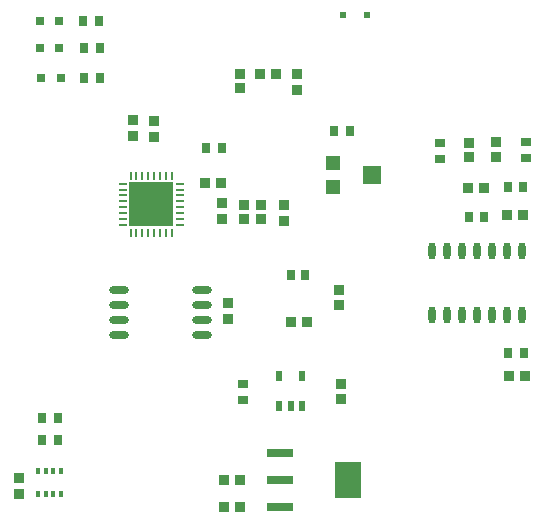
<source format=gtp>
G04 Layer_Color=8421504*
%FSLAX25Y25*%
%MOIN*%
G70*
G01*
G75*
%ADD10R,0.03150X0.03150*%
%ADD11O,0.00984X0.03150*%
%ADD12O,0.03150X0.00984*%
%ADD13R,0.14567X0.14567*%
%ADD14R,0.03740X0.03347*%
%ADD15O,0.06693X0.02362*%
%ADD16R,0.08858X0.03150*%
%ADD17R,0.08858X0.12402*%
%ADD18R,0.02362X0.03347*%
%ADD19R,0.04724X0.04724*%
%ADD20R,0.05905X0.06299*%
%ADD21R,0.03150X0.03543*%
%ADD22R,0.03701X0.03307*%
%ADD23O,0.02362X0.05709*%
%ADD24R,0.03347X0.03740*%
%ADD25R,0.02953X0.03740*%
%ADD26R,0.03740X0.02953*%
%ADD27R,0.01772X0.01929*%
%ADD28R,0.01968X0.01968*%
D10*
X186525Y407157D02*
D03*
X180029D02*
D03*
X186525Y398157D02*
D03*
X180029D02*
D03*
X187029Y388157D02*
D03*
X180533D02*
D03*
D11*
X224090Y355747D02*
D03*
X222121D02*
D03*
X220153D02*
D03*
X218184D02*
D03*
X216216D02*
D03*
X214247D02*
D03*
X212279D02*
D03*
X210310D02*
D03*
Y336653D02*
D03*
X212279D02*
D03*
X214247D02*
D03*
X216216D02*
D03*
X218184D02*
D03*
X220153D02*
D03*
X222121D02*
D03*
X224090D02*
D03*
D12*
X207653Y353090D02*
D03*
Y351121D02*
D03*
Y349153D02*
D03*
Y347184D02*
D03*
Y345216D02*
D03*
Y343247D02*
D03*
Y341279D02*
D03*
Y339310D02*
D03*
X226747D02*
D03*
Y341279D02*
D03*
Y343247D02*
D03*
Y345216D02*
D03*
Y347184D02*
D03*
Y349153D02*
D03*
Y351121D02*
D03*
Y353090D02*
D03*
D13*
X217200Y346200D02*
D03*
D14*
X253929Y341448D02*
D03*
X248220D02*
D03*
X253929Y345975D02*
D03*
X248220D02*
D03*
X265763Y384442D02*
D03*
Y389757D02*
D03*
X261429Y340790D02*
D03*
Y346105D02*
D03*
X240929Y346505D02*
D03*
Y341190D02*
D03*
X242787Y307943D02*
D03*
Y313258D02*
D03*
X279929Y317814D02*
D03*
Y312499D02*
D03*
X280366Y281162D02*
D03*
Y286477D02*
D03*
X218232Y368757D02*
D03*
Y374072D02*
D03*
X211129Y374172D02*
D03*
Y368857D02*
D03*
X173000Y249642D02*
D03*
Y254958D02*
D03*
D15*
X234306Y302657D02*
D03*
Y307657D02*
D03*
Y312657D02*
D03*
Y317657D02*
D03*
X206353Y302657D02*
D03*
Y307657D02*
D03*
Y312657D02*
D03*
Y317657D02*
D03*
D16*
X260010Y263312D02*
D03*
Y254257D02*
D03*
Y245202D02*
D03*
D17*
X282648Y254257D02*
D03*
D18*
X259926Y278900D02*
D03*
X263666D02*
D03*
X267406D02*
D03*
Y288939D02*
D03*
X259926D02*
D03*
D19*
X277913Y352063D02*
D03*
Y359937D02*
D03*
D20*
X290709Y356000D02*
D03*
D21*
X263675Y322800D02*
D03*
X268400D02*
D03*
X328024Y342000D02*
D03*
X323300D02*
D03*
X340991Y351857D02*
D03*
X336267D02*
D03*
D22*
X246832Y389760D02*
D03*
Y384957D02*
D03*
X323029Y366816D02*
D03*
Y362013D02*
D03*
X332000Y362098D02*
D03*
Y366902D02*
D03*
D23*
X310829Y309300D02*
D03*
X315829D02*
D03*
X320829D02*
D03*
X325829D02*
D03*
X330829D02*
D03*
X335829D02*
D03*
X340829D02*
D03*
X310829Y330757D02*
D03*
X315829D02*
D03*
X320829D02*
D03*
X325829D02*
D03*
X330829D02*
D03*
X335829D02*
D03*
X340829D02*
D03*
D24*
X253640Y389800D02*
D03*
X258955D02*
D03*
X269000Y307100D02*
D03*
X263685D02*
D03*
X322972Y351657D02*
D03*
X328287D02*
D03*
X341728Y288943D02*
D03*
X336413D02*
D03*
X341144Y342657D02*
D03*
X335829D02*
D03*
X241429Y254357D02*
D03*
X246744D02*
D03*
X241372Y245357D02*
D03*
X246687D02*
D03*
X240357Y353313D02*
D03*
X235043D02*
D03*
D25*
X283358Y370500D02*
D03*
X278043D02*
D03*
X336000Y296500D02*
D03*
X341315D02*
D03*
X194372Y407157D02*
D03*
X199687D02*
D03*
X235542Y364900D02*
D03*
X240858D02*
D03*
X186287Y274867D02*
D03*
X180972D02*
D03*
X185987Y267757D02*
D03*
X180672D02*
D03*
X194714Y398157D02*
D03*
X200029D02*
D03*
X194843Y388400D02*
D03*
X200157D02*
D03*
D26*
X313500Y366657D02*
D03*
Y361343D02*
D03*
X342029Y367072D02*
D03*
Y361757D02*
D03*
X247666Y286377D02*
D03*
Y281062D02*
D03*
D27*
X184570Y257157D02*
D03*
X182011D02*
D03*
X179452D02*
D03*
X187129D02*
D03*
X184570Y249519D02*
D03*
X182011D02*
D03*
X179452D02*
D03*
X187129D02*
D03*
D28*
X289200Y409200D02*
D03*
X281000D02*
D03*
M02*

</source>
